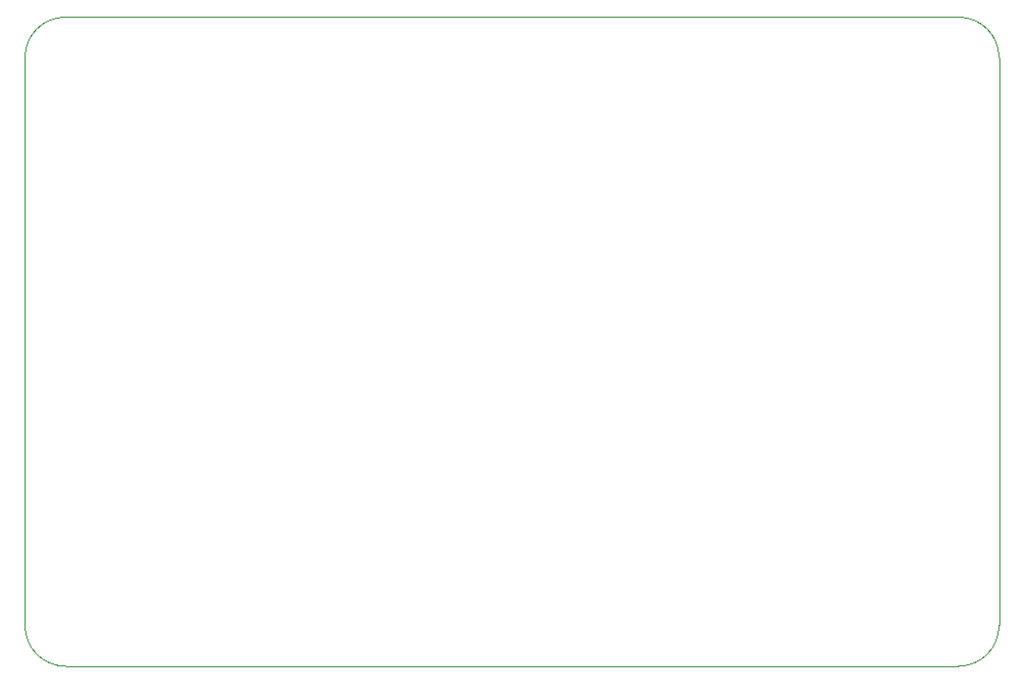
<source format=gm1>
G04 #@! TF.GenerationSoftware,KiCad,Pcbnew,(5.0.0-rc2-dev-756-g45dad4ded)*
G04 #@! TF.CreationDate,2018-05-20T06:56:18+02:00*
G04 #@! TF.ProjectId,Pi1541 Ad-on Board,5069313534312041642D6F6E20426F61,0.97*
G04 #@! TF.SameCoordinates,Original*
G04 #@! TF.FileFunction,Profile,NP*
%FSLAX46Y46*%
G04 Gerber Fmt 4.6, Leading zero omitted, Abs format (unit mm)*
G04 Created by KiCad (PCBNEW (5.0.0-rc2-dev-756-g45dad4ded)) date Sun May 20 06:56:18 2018*
%MOMM*%
%LPD*%
G01*
G04 APERTURE LIST*
%ADD10C,0.100000*%
G04 APERTURE END LIST*
D10*
X111000000Y-121000000D02*
G75*
G02X107500000Y-117500000I0J3500000D01*
G01*
X107500000Y-68500000D02*
G75*
G02X111000000Y-65000000I3500000J0D01*
G01*
X107500000Y-68500000D02*
X107500000Y-117500000D01*
X191500000Y-117500000D02*
G75*
G02X188000000Y-121000000I-3500000J0D01*
G01*
X188000000Y-65000000D02*
G75*
G02X191500000Y-68500000I0J-3500000D01*
G01*
X191500000Y-117500000D02*
X191500000Y-68500000D01*
X111000000Y-121000000D02*
X188000000Y-121000000D01*
X111000000Y-65000000D02*
X188000000Y-65000000D01*
M02*

</source>
